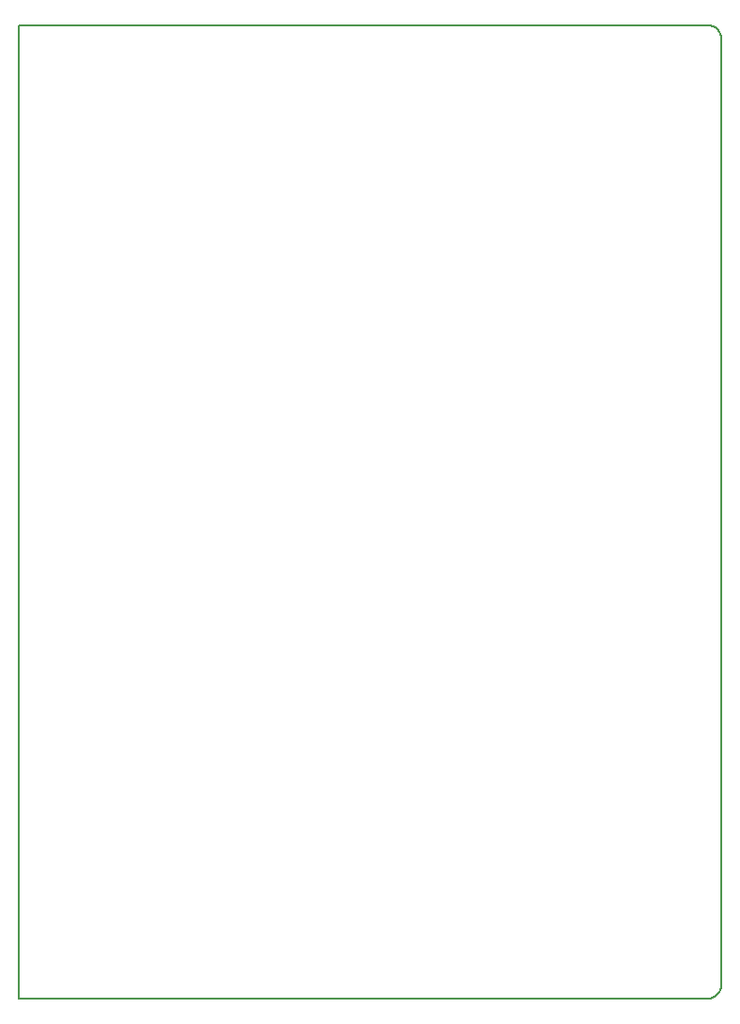
<source format=gko>
G04 Layer_Color=16711935*
%FSLAX44Y44*%
%MOMM*%
G71*
G01*
G75*
%ADD25C,0.2000*%
D25*
X621030Y0D02*
X623508Y244D01*
X625890Y967D01*
X628086Y2140D01*
X630010Y3720D01*
X631590Y5644D01*
X632763Y7840D01*
X633486Y10222D01*
X633730Y12700D01*
Y863600D02*
X633486Y866078D01*
X632763Y868460D01*
X631590Y870656D01*
X630010Y872580D01*
X628086Y874160D01*
X625890Y875333D01*
X623508Y876056D01*
X621030Y876300D01*
X0D02*
X12700D01*
X0Y0D02*
Y876300D01*
Y0D02*
X621030D01*
X633730Y12700D02*
Y863600D01*
X12700Y876300D02*
X621030D01*
M02*

</source>
